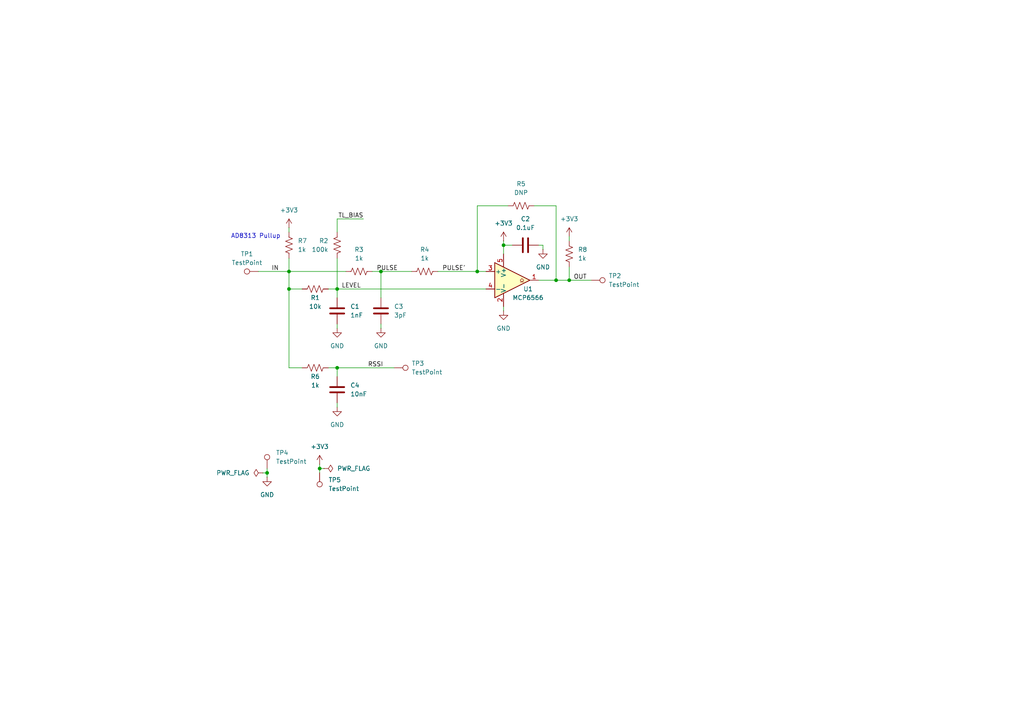
<source format=kicad_sch>
(kicad_sch (version 20231120) (generator "eeschema") (generator_version "8.0")
  (paper "A4")
  (lib_symbols
    (symbol "Comparator:MCP6566" (pin_names (offset 0.127))
      (property "Reference" "U" (at 0 5.08 0))
      (property "Value" "MCP6566" (at 0 -5.08 0))
      (symbol "MCP6566_0_1"
        (polyline (pts (xy -5.08 5.08) (xy 5.08 0) (xy -5.08 -5.08) (xy -5.08 5.08)) (stroke (width 0.254)) (fill (type background)))
        (polyline (pts (xy 3.302 -0.508) (xy 2.794 -0.508) (xy 3.302 0) (xy 2.794 0.508) (xy 2.286 0) (xy 2.794 -0.508) (xy 2.286 -0.508)) (stroke (width 0.127)))
        (pin power_in line (at -2.54 -7.62 90) (length 3.81) (name "V-") (number "2"))
        (pin power_in line (at -2.54 7.62 270) (length 3.81) (name "V+") (number "5"))
      )
      (symbol "MCP6566_1_1"
        (pin open_collector line (at 7.62 0 180) (length 2.54) (name "~") (number "1"))
        (pin input line (at -7.62 2.54 0) (length 2.54) (name "+") (number "3"))
        (pin input line (at -7.62 -2.54 0) (length 2.54) (name "-") (number "4"))
      )
    )
    (symbol "Connector:TestPoint" (pin_numbers hide) (pin_names (offset 0.762) hide)
      (property "Reference" "TP" (at 0 6.858 0))
      (property "Value" "TestPoint" (at 0 5.08 0))
      (symbol "TestPoint_0_1"
        (circle (center 0 3.302) (radius 0.762))
      )
      (symbol "TestPoint_1_1"
        (pin passive line (at 0 0 90) (length 2.54) (name "1") (number "1"))
      )
    )
    (symbol "Device:C" (pin_numbers hide) (pin_names (offset 0.254))
      (property "Reference" "C" (at 0.635 2.54 0))
      (property "Value" "C" (at 0.635 -2.54 0))
      (symbol "C_0_1"
        (polyline (pts (xy -2.032 -0.762) (xy 2.032 -0.762)) (stroke (width 0.508)))
        (polyline (pts (xy -2.032 0.762) (xy 2.032 0.762)) (stroke (width 0.508)))
      )
      (symbol "C_1_1"
        (pin passive line (at 0 3.81 270) (length 2.794) (name "~") (number "1"))
        (pin passive line (at 0 -3.81 90) (length 2.794) (name "~") (number "2"))
      )
    )
    (symbol "Device:R_US" (pin_numbers hide) (pin_names (offset 0))
      (property "Reference" "R" (at 2.54 0 90))
      (property "Value" "R_US" (at -2.54 0 90))
      (symbol "R_US_0_1"
        (polyline (pts (xy 0 -2.286) (xy 0 -2.54)))
        (polyline (pts (xy 0 2.286) (xy 0 2.54)))
        (polyline (pts (xy 0 -0.762) (xy 1.016 -1.143) (xy 0 -1.524) (xy -1.016 -1.905) (xy 0 -2.286)))
        (polyline (pts (xy 0 0.762) (xy 1.016 0.381) (xy 0 0) (xy -1.016 -0.381) (xy 0 -0.762)))
        (polyline (pts (xy 0 2.286) (xy 1.016 1.905) (xy 0 1.524) (xy -1.016 1.143) (xy 0 0.762)))
      )
      (symbol "R_US_1_1"
        (pin passive line (at 0 3.81 270) (length 1.27) (name "~") (number "1"))
        (pin passive line (at 0 -3.81 90) (length 1.27) (name "~") (number "2"))
      )
    )
    (symbol "power:+3V3" (power) (pin_numbers hide) (pin_names (offset 0) hide)
      (property "Value" "+3V3" (at 0 3.556 0))
      (symbol "+3V3_0_1"
        (polyline (pts (xy -0.762 1.27) (xy 0 2.54)))
        (polyline (pts (xy 0 0) (xy 0 2.54)))
        (polyline (pts (xy 0 2.54) (xy 0.762 1.27)))
      )
      (symbol "+3V3_1_1"
        (pin power_in line (at 0 0 90) (length 0) (name "~") (number "1"))
      )
    )
    (symbol "power:GND" (power) (pin_numbers hide) (pin_names (offset 0) hide)
      (property "Value" "GND" (at 0 -3.81 0))
      (symbol "GND_0_1"
        (polyline (pts (xy 0 0) (xy 0 -1.27) (xy 1.27 -1.27) (xy 0 -2.54) (xy -1.27 -1.27) (xy 0 -1.27)))
      )
      (symbol "GND_1_1"
        (pin power_in line (at 0 0 270) (length 0) (name "~") (number "1"))
      )
    )
    (symbol "power:PWR_FLAG" (power) (pin_numbers hide) (pin_names (offset 0) hide)
      (property "Value" "PWR_FLAG" (at 0 3.81 0))
      (symbol "PWR_FLAG_0_0"
        (pin power_out line (at 0 0 90) (length 0) (name "~") (number "1"))
      )
      (symbol "PWR_FLAG_0_1"
        (polyline (pts (xy 0 0) (xy 0 1.27) (xy -1.016 1.905) (xy 0 2.54) (xy 1.016 1.905) (xy 0 1.27)))
      )
    )
  )
  (junction (at 77.47 137.16))
  (junction (at 97.79 106.68))
  (junction (at 146.05 71.12))
  (junction (at 110.49 78.74))
  (junction (at 138.43 78.74))
  (junction (at 161.29 81.28))
  (junction (at 92.71 135.89))
  (junction (at 83.82 78.74))
  (junction (at 165.1 81.28))
  (junction (at 83.82 83.82))
  (junction (at 97.79 83.82))
  (wire (pts (xy 161.29 81.28) (xy 165.1 81.28)))
  (wire (pts (xy 110.49 93.98) (xy 110.49 95.25)))
  (wire (pts (xy 97.79 83.82) (xy 97.79 86.36)))
  (wire (pts (xy 157.48 72.39) (xy 157.48 71.12)))
  (wire (pts (xy 165.1 77.47) (xy 165.1 81.28)))
  (wire (pts (xy 83.82 83.82) (xy 83.82 106.68)))
  (wire (pts (xy 77.47 137.16) (xy 77.47 138.43)))
  (wire (pts (xy 76.2 137.16) (xy 77.47 137.16)))
  (wire (pts (xy 97.79 63.5) (xy 97.79 67.31)))
  (wire (pts (xy 161.29 59.69) (xy 161.29 81.28)))
  (wire (pts (xy 138.43 78.74) (xy 138.43 59.69)))
  (wire (pts (xy 146.05 71.12) (xy 146.05 73.66)))
  (wire (pts (xy 83.82 66.04) (xy 83.82 67.31)))
  (wire (pts (xy 97.79 106.68) (xy 97.79 109.22)))
  (wire (pts (xy 146.05 69.85) (xy 146.05 71.12)))
  (wire (pts (xy 165.1 81.28) (xy 171.45 81.28)))
  (wire (pts (xy 92.71 135.89) (xy 93.98 135.89)))
  (wire (pts (xy 74.93 78.74) (xy 83.82 78.74)))
  (wire (pts (xy 97.79 74.93) (xy 97.79 83.82)))
  (wire (pts (xy 83.82 78.74) (xy 83.82 83.82)))
  (wire (pts (xy 95.25 83.82) (xy 97.79 83.82)))
  (wire (pts (xy 83.82 74.93) (xy 83.82 78.74)))
  (wire (pts (xy 110.49 86.36) (xy 110.49 78.74)))
  (wire (pts (xy 83.82 83.82) (xy 87.63 83.82)))
  (wire (pts (xy 97.79 93.98) (xy 97.79 95.25)))
  (wire (pts (xy 138.43 78.74) (xy 140.97 78.74)))
  (wire (pts (xy 161.29 81.28) (xy 156.21 81.28)))
  (wire (pts (xy 100.33 78.74) (xy 83.82 78.74)))
  (wire (pts (xy 110.49 78.74) (xy 119.38 78.74)))
  (wire (pts (xy 97.79 106.68) (xy 114.3 106.68)))
  (wire (pts (xy 146.05 71.12) (xy 148.59 71.12)))
  (wire (pts (xy 95.25 106.68) (xy 97.79 106.68)))
  (wire (pts (xy 97.79 116.84) (xy 97.79 118.11)))
  (wire (pts (xy 97.79 83.82) (xy 140.97 83.82)))
  (wire (pts (xy 92.71 135.89) (xy 92.71 137.16)))
  (wire (pts (xy 165.1 68.58) (xy 165.1 69.85)))
  (wire (pts (xy 157.48 71.12) (xy 156.21 71.12)))
  (wire (pts (xy 83.82 106.68) (xy 87.63 106.68)))
  (wire (pts (xy 138.43 59.69) (xy 147.32 59.69)))
  (wire (pts (xy 105.41 63.5) (xy 97.79 63.5)))
  (wire (pts (xy 154.94 59.69) (xy 161.29 59.69)))
  (wire (pts (xy 77.47 135.89) (xy 77.47 137.16)))
  (wire (pts (xy 110.49 78.74) (xy 107.95 78.74)))
  (wire (pts (xy 127 78.74) (xy 138.43 78.74)))
  (wire (pts (xy 146.05 88.9) (xy 146.05 90.17)))
  (wire (pts (xy 92.71 134.62) (xy 92.71 135.89)))
  (text "AD8313 Pullup" (at 74.168 68.58 0) (effects (font (size 1.27 1.27))))
  (label "OUT" (at 166.37 81.28 0))
  (label "PULSE'" (at 128.27 78.74 0))
  (label "TL_BIAS" (at 105.41 63.5 180))
  (label "LEVEL" (at 99.06 83.82 0))
  (label "RSSI" (at 106.68 106.68 0))
  (label "PULSE" (at 109.22 78.74 0))
  (label "IN" (at 78.74 78.74 0))
  (symbol (lib_id "Device:R_US") (at 83.82 71.12 0) (unit 1)
    (property "Reference" "R7" (at 86.36 69.8499 0) (effects (justify left)))
    (property "Value" "1k" (at 86.36 72.3899 0) (effects (justify left)))
    (property "Footprint" "Resistor_SMD:R_0603_1608Metric" (effects (hide yes)))
    (property "Description" "Resistor, US symbol" (effects (hide yes)))
  )
  (symbol (lib_id "power:+3V3") (at 165.1 68.58 0) (unit 1)
    (property "Reference" "#PWR011" (effects (hide yes)))
    (property "Value" "+3V3" (at 165.1 63.5 0))
    (property "Description" "Power symbol creates a global label with name \"+3V3\"" (effects (hide yes)))
  )
  (symbol (lib_id "power:PWR_FLAG") (at 93.98 135.89 270) (unit 1)
    (property "Reference" "#FLG01" (effects (hide yes)))
    (property "Value" "PWR_FLAG" (at 97.79 135.8899 90) (effects (justify left)))
    (property "Description" "Special symbol for telling ERC where power comes from" (effects (hide yes)))
  )
  (symbol (lib_id "Device:R_US") (at 123.19 78.74 90) (unit 1)
    (property "Reference" "R4" (at 123.19 72.39 90))
    (property "Value" "1k" (at 123.19 74.93 90))
    (property "Footprint" "Resistor_SMD:R_0603_1608Metric" (effects (hide yes)))
    (property "Description" "Resistor, US symbol" (effects (hide yes)))
  )
  (symbol (lib_id "power:GND") (at 146.05 90.17 0) (unit 1)
    (property "Reference" "#PWR04" (effects (hide yes)))
    (property "Value" "GND" (at 146.05 95.25 0))
    (property "Description" "Power symbol creates a global label with name \"GND\" , ground" (effects (hide yes)))
  )
  (symbol (lib_id "Device:R_US") (at 91.44 106.68 90) (unit 1)
    (property "Reference" "R6" (at 91.44 109.22 90))
    (property "Value" "1k" (at 91.44 111.76 90))
    (property "Footprint" "Resistor_SMD:R_0603_1608Metric" (effects (hide yes)))
    (property "Description" "Resistor, US symbol" (effects (hide yes)))
  )
  (symbol (lib_id "power:GND") (at 110.49 95.25 0) (unit 1)
    (property "Reference" "#PWR06" (effects (hide yes)))
    (property "Value" "GND" (at 110.49 100.33 0))
    (property "Description" "Power symbol creates a global label with name \"GND\" , ground" (effects (hide yes)))
  )
  (symbol (lib_id "Device:C") (at 97.79 113.03 0) (unit 1)
    (property "Reference" "C4" (at 101.6 111.7599 0) (effects (justify left)))
    (property "Value" "10nF" (at 101.6 114.2999 0) (effects (justify left)))
    (property "Footprint" "Capacitor_SMD:C_0603_1608Metric" (effects (hide yes)))
    (property "Description" "Unpolarized capacitor" (effects (hide yes)))
  )
  (symbol (lib_id "Device:C") (at 97.79 90.17 0) (unit 1)
    (property "Reference" "C1" (at 101.6 88.8999 0) (effects (justify left)))
    (property "Value" "1nF" (at 101.6 91.4399 0) (effects (justify left)))
    (property "Footprint" "Capacitor_SMD:C_0603_1608Metric" (effects (hide yes)))
    (property "Description" "Unpolarized capacitor" (effects (hide yes)))
  )
  (symbol (lib_id "Device:C") (at 110.49 90.17 0) (unit 1)
    (property "Reference" "C3" (at 114.3 88.8999 0) (effects (justify left)))
    (property "Value" "3pF" (at 114.3 91.4399 0) (effects (justify left)))
    (property "Footprint" "Capacitor_SMD:C_0603_1608Metric" (effects (hide yes)))
    (property "Description" "Unpolarized capacitor" (effects (hide yes)))
  )
  (symbol (lib_id "Connector:TestPoint") (at 171.45 81.28 270) (unit 1)
    (property "Reference" "TP2" (at 176.53 80.0099 90) (effects (justify left)))
    (property "Value" "TestPoint" (at 176.53 82.5499 90) (effects (justify left)))
    (property "Footprint" "TestPoint:TestPoint_Pad_1.0x1.0mm" (effects (hide yes)))
    (property "Description" "test point" (effects (hide yes)))
  )
  (symbol (lib_id "power:+3V3") (at 146.05 69.85 0) (unit 1)
    (property "Reference" "#PWR02" (effects (hide yes)))
    (property "Value" "+3V3" (at 146.05 64.77 0))
    (property "Description" "Power symbol creates a global label with name \"+3V3\"" (effects (hide yes)))
  )
  (symbol (lib_id "power:+3V3") (at 92.71 134.62 0) (unit 1)
    (property "Reference" "#PWR010" (effects (hide yes)))
    (property "Value" "+3V3" (at 92.71 129.54 0))
    (property "Description" "Power symbol creates a global label with name \"+3V3\"" (effects (hide yes)))
  )
  (symbol (lib_id "Connector:TestPoint") (at 74.93 78.74 90) (unit 1)
    (property "Reference" "TP1" (at 71.628 73.66 90))
    (property "Value" "TestPoint" (at 71.628 76.2 90))
    (property "Footprint" "TestPoint:TestPoint_Pad_1.0x1.0mm" (effects (hide yes)))
    (property "Description" "test point" (effects (hide yes)))
  )
  (symbol (lib_id "power:GND") (at 97.79 118.11 0) (unit 1)
    (property "Reference" "#PWR07" (effects (hide yes)))
    (property "Value" "GND" (at 97.79 123.19 0))
    (property "Description" "Power symbol creates a global label with name \"GND\" , ground" (effects (hide yes)))
  )
  (symbol (lib_id "Device:R_US") (at 165.1 73.66 0) (unit 1)
    (property "Reference" "R8" (at 167.64 72.3899 0) (effects (justify left)))
    (property "Value" "1k" (at 167.64 74.9299 0) (effects (justify left)))
    (property "Footprint" "Resistor_SMD:R_0603_1608Metric" (effects (hide yes)))
    (property "Description" "Resistor, US symbol" (effects (hide yes)))
  )
  (symbol (lib_id "Device:R_US") (at 97.79 71.12 0) (mirror y) (unit 1)
    (property "Reference" "R2" (at 95.25 69.8499 0) (effects (justify left)))
    (property "Value" "100k" (at 95.25 72.3899 0) (effects (justify left)))
    (property "Footprint" "Resistor_SMD:R_0603_1608Metric" (effects (hide yes)))
    (property "Description" "Resistor, US symbol" (effects (hide yes)))
  )
  (symbol (lib_id "Connector:TestPoint") (at 114.3 106.68 270) (unit 1)
    (property "Reference" "TP3" (at 119.38 105.4099 90) (effects (justify left)))
    (property "Value" "TestPoint" (at 119.38 107.9499 90) (effects (justify left)))
    (property "Footprint" "TestPoint:TestPoint_Pad_1.0x1.0mm" (effects (hide yes)))
    (property "Description" "test point" (effects (hide yes)))
  )
  (symbol (lib_id "Device:R_US") (at 91.44 83.82 90) (unit 1)
    (property "Reference" "R1" (at 91.44 86.36 90))
    (property "Value" "10k" (at 91.44 88.9 90))
    (property "Footprint" "Resistor_SMD:R_0603_1608Metric" (effects (hide yes)))
    (property "Description" "Resistor, US symbol" (effects (hide yes)))
  )
  (symbol (lib_id "power:GND") (at 157.48 72.39 0) (unit 1)
    (property "Reference" "#PWR03" (effects (hide yes)))
    (property "Value" "GND" (at 157.48 77.47 0))
    (property "Description" "Power symbol creates a global label with name \"GND\" , ground" (effects (hide yes)))
  )
  (symbol (lib_id "power:PWR_FLAG") (at 76.2 137.16 90) (unit 1)
    (property "Reference" "#FLG02" (effects (hide yes)))
    (property "Value" "PWR_FLAG" (at 72.39 137.1599 90) (effects (justify left)))
    (property "Description" "Special symbol for telling ERC where power comes from" (effects (hide yes)))
  )
  (symbol (lib_id "Comparator:MCP6566") (at 148.59 81.28 0) (unit 1)
    (property "Reference" "U1" (at 153.162 83.82 0))
    (property "Value" "MCP6566" (at 153.162 86.36 0))
    (property "Footprint" "Package_TO_SOT_SMD:SOT-353_SC-70-5" (effects (hide yes)))
    (property "Datasheet" "http://ww1.microchip.com/downloads/en/DeviceDoc/MCP6566-6R-6U-7-9-1.8V-Low-Power-Open-Drain-Output-Comparator-DS20002143G.pdf" (effects (hide yes)))
    (property "Description" "Single 1.8V Low-Power Open-Drain Output Comparator, SOT-23-5/SC-70" (effects (hide yes)))
  )
  (symbol (lib_id "Device:R_US") (at 104.14 78.74 90) (unit 1)
    (property "Reference" "R3" (at 104.14 72.39 90))
    (property "Value" "1k" (at 104.14 74.93 90))
    (property "Footprint" "Resistor_SMD:R_0603_1608Metric" (effects (hide yes)))
    (property "Description" "Resistor, US symbol" (effects (hide yes)))
  )
  (symbol (lib_id "power:GND") (at 77.47 138.43 0) (unit 1)
    (property "Reference" "#PWR09" (effects (hide yes)))
    (property "Value" "GND" (at 77.47 143.51 0))
    (property "Description" "Power symbol creates a global label with name \"GND\" , ground" (effects (hide yes)))
  )
  (symbol (lib_id "Connector:TestPoint") (at 92.71 137.16 180) (unit 1)
    (property "Reference" "TP5" (at 95.25 139.1919 0) (effects (justify right)))
    (property "Value" "TestPoint" (at 95.25 141.7319 0) (effects (justify right)))
    (property "Footprint" "TestPoint:TestPoint_Pad_1.0x1.0mm" (effects (hide yes)))
    (property "Description" "test point" (effects (hide yes)))
  )
  (symbol (lib_id "Connector:TestPoint") (at 77.47 135.89 0) (unit 1)
    (property "Reference" "TP4" (at 80.01 131.3179 0) (effects (justify left)))
    (property "Value" "TestPoint" (at 80.01 133.8579 0) (effects (justify left)))
    (property "Footprint" "TestPoint:TestPoint_Pad_1.0x1.0mm" (effects (hide yes)))
    (property "Description" "test point" (effects (hide yes)))
  )
  (symbol (lib_id "power:+3V3") (at 83.82 66.04 0) (unit 1)
    (property "Reference" "#PWR08" (effects (hide yes)))
    (property "Value" "+3V3" (at 83.82 60.96 0))
    (property "Description" "Power symbol creates a global label with name \"+3V3\"" (effects (hide yes)))
  )
  (symbol (lib_id "Device:R_US") (at 151.13 59.69 90) (unit 1)
    (property "Reference" "R5" (at 151.13 53.34 90))
    (property "Value" "DNP" (at 151.13 55.88 90))
    (property "Footprint" "Resistor_SMD:R_0603_1608Metric" (effects (hide yes)))
    (property "Description" "Resistor, US symbol" (effects (hide yes)))
  )
  (symbol (lib_id "power:GND") (at 97.79 95.25 0) (unit 1)
    (property "Reference" "#PWR05" (effects (hide yes)))
    (property "Value" "GND" (at 97.79 100.33 0))
    (property "Description" "Power symbol creates a global label with name \"GND\" , ground" (effects (hide yes)))
  )
  (symbol (lib_id "Device:C") (at 152.4 71.12 90) (unit 1)
    (property "Reference" "C2" (at 152.4 63.5 90))
    (property "Value" "0.1uF" (at 152.4 66.04 90))
    (property "Footprint" "Capacitor_SMD:C_0603_1608Metric" (effects (hide yes)))
    (property "Description" "Unpolarized capacitor" (effects (hide yes)))
  )
)
</source>
